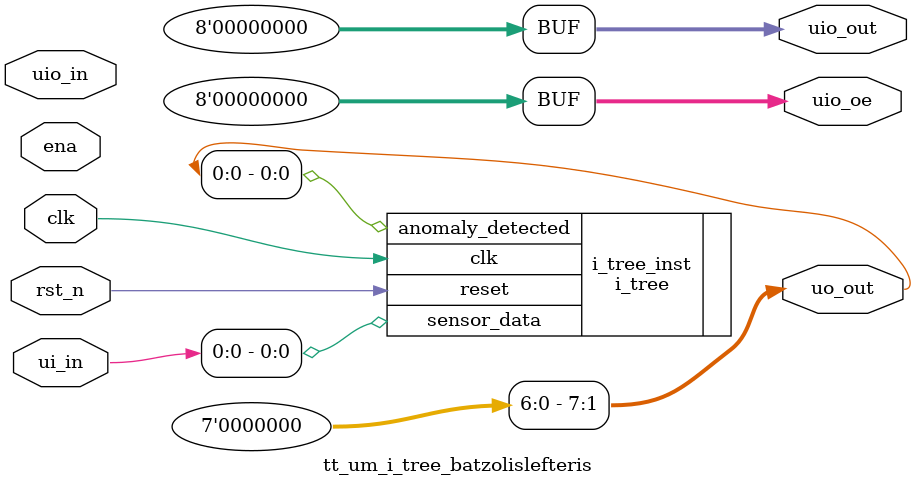
<source format=v>
/*
 * Copyright (c) 2024 Your Name
 * SPDX-License-Identifier: Apache-2.0
 */

`define default_netname none

module tt_um_i_tree_batzolislefteris(
    input  wire [7:0] ui_in,    // Dedicated inputs
    output wire [7:0] uo_out,   // Dedicated outputs
    input  wire [7:0] uio_in,   // IOs: Input path
    output wire [7:0] uio_out,  // IOs: Output path
    output wire [7:0] uio_oe,   // IOs: Enable path (active high: 0=input, 1=output)
    input  wire       ena,      // will go high when the design is enabled
    input  wire       clk,      // clock
    input  wire       rst_n     // reset_n - low to reset
);

	assign uio_oe  = 8'b0000_0000;
	assign uio_out = 8'b0000_0000;
	assign uo_out[7:1] = 7'b0000_000;
	

	i_tree i_tree_inst(
	    .clk(clk),
	    .reset(rst_n),
	    .sensor_data(ui_in[0]),
	    .anomaly_detected(uo_out[0])
	);

endmodule

</source>
